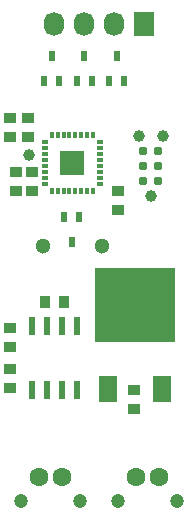
<source format=gts>
G04 #@! TF.FileFunction,Soldermask,Top*
%FSLAX46Y46*%
G04 Gerber Fmt 4.6, Leading zero omitted, Abs format (unit mm)*
G04 Created by KiCad (PCBNEW 4.0.2-4+6225~38~ubuntu15.10.1-stable) date Sun 27 Mar 2016 21:55:24 BST*
%MOMM*%
G01*
G04 APERTURE LIST*
%ADD10C,0.100000*%
%ADD11R,1.000000X0.950000*%
%ADD12R,0.950000X1.000000*%
%ADD13R,0.600000X1.550000*%
%ADD14C,1.200000*%
%ADD15C,1.600000*%
%ADD16C,0.787000*%
%ADD17C,1.000000*%
%ADD18R,1.727200X2.032000*%
%ADD19O,1.727200X2.032000*%
%ADD20C,1.300000*%
%ADD21R,6.740000X6.230000*%
%ADD22R,1.524000X2.280000*%
%ADD23R,0.600000X0.300000*%
%ADD24R,0.300000X0.600000*%
%ADD25R,2.002000X2.002000*%
%ADD26R,0.550000X0.850000*%
G04 APERTURE END LIST*
D10*
D11*
X117000000Y-95300000D03*
X117000000Y-93700000D03*
X117000000Y-77550000D03*
X117000000Y-75950000D03*
X118500000Y-77550000D03*
X118500000Y-75950000D03*
X118800000Y-80500000D03*
X118800000Y-82100000D03*
X126100000Y-82100000D03*
X126100000Y-83700000D03*
X127500000Y-98950000D03*
X127500000Y-100550000D03*
D12*
X119950000Y-91500000D03*
X121550000Y-91500000D03*
D13*
X118845000Y-98950000D03*
X120115000Y-98950000D03*
X121385000Y-98950000D03*
X122655000Y-98950000D03*
X122655000Y-93550000D03*
X121385000Y-93550000D03*
X120115000Y-93550000D03*
X118845000Y-93550000D03*
D14*
X117900000Y-108400000D03*
X122900000Y-108400000D03*
D15*
X119400000Y-106300000D03*
X121400000Y-106300000D03*
D14*
X126100000Y-108400000D03*
X131100000Y-108400000D03*
D15*
X127600000Y-106300000D03*
X129600000Y-106300000D03*
D16*
X129520000Y-81270000D03*
X128250000Y-81270000D03*
X129520000Y-80000000D03*
X128250000Y-80000000D03*
X129520000Y-78730000D03*
X128250000Y-78730000D03*
D17*
X128885000Y-82540000D03*
X129901000Y-77460000D03*
X127869000Y-77460000D03*
D18*
X128330000Y-68000000D03*
D19*
X125790000Y-68000000D03*
X123250000Y-68000000D03*
X120710000Y-68000000D03*
D11*
X117000000Y-97200000D03*
X117000000Y-98800000D03*
D20*
X124750000Y-86750000D03*
X119750000Y-86750000D03*
D21*
X127530000Y-91750000D03*
D22*
X125250000Y-98895000D03*
X129810000Y-98895000D03*
D23*
X119900000Y-78000000D03*
X119900000Y-78500000D03*
X119900000Y-79000000D03*
X119900000Y-79500000D03*
X119900000Y-80000000D03*
X119900000Y-80500000D03*
X119900000Y-81000000D03*
X119900000Y-81500000D03*
D24*
X120500000Y-82100000D03*
X121000000Y-82100000D03*
X121500000Y-82100000D03*
X122000000Y-82100000D03*
X122500000Y-82100000D03*
X123000000Y-82100000D03*
X123500000Y-82100000D03*
X124000000Y-82100000D03*
D23*
X124600000Y-81500000D03*
X124600000Y-81000000D03*
X124600000Y-80500000D03*
X124600000Y-80000000D03*
X124600000Y-79500000D03*
X124600000Y-79000000D03*
X124600000Y-78500000D03*
X124600000Y-78000000D03*
D24*
X124000000Y-77400000D03*
X123500000Y-77400000D03*
X123000000Y-77400000D03*
X122500000Y-77400000D03*
X122000000Y-77400000D03*
X121500000Y-77400000D03*
X121000000Y-77400000D03*
X120500000Y-77400000D03*
D25*
X122250000Y-79750000D03*
D26*
X125350000Y-72800000D03*
X126650000Y-72800000D03*
X126000000Y-70700000D03*
X122600000Y-72800000D03*
X123900000Y-72800000D03*
X123250000Y-70700000D03*
X119850000Y-72800000D03*
X121150000Y-72800000D03*
X120500000Y-70700000D03*
X122850000Y-84350000D03*
X121550000Y-84350000D03*
X122200000Y-86450000D03*
D11*
X117500000Y-80500000D03*
X117500000Y-82100000D03*
D17*
X118600000Y-79100000D03*
M02*

</source>
